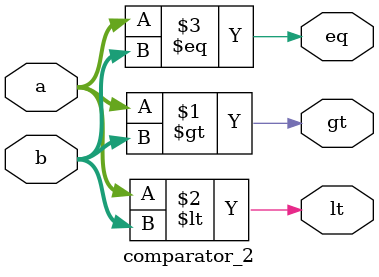
<source format=v>
module comparator_2(
input [3:0] a,
input [3:0] b,
output wire gt,
output wire lt,
output wire eq );
assign gt=(a>b);
assign lt=(a<b);
assign eq=(a==b);
endmodule
</source>
